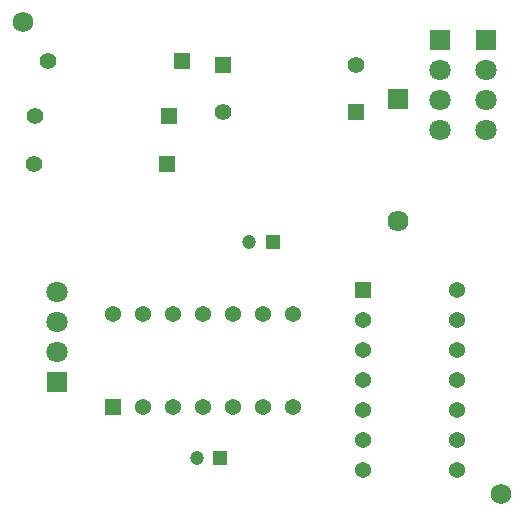
<source format=gbs>
G04*
G04 #@! TF.GenerationSoftware,Altium Limited,Altium Designer,23.4.1 (23)*
G04*
G04 Layer_Color=16711935*
%FSLAX44Y44*%
%MOMM*%
G71*
G04*
G04 #@! TF.SameCoordinates,0F4FC61B-9208-49F5-852E-2E7A0A34B3BB*
G04*
G04*
G04 #@! TF.FilePolarity,Negative*
G04*
G01*
G75*
%ADD14R,1.7932X1.7932*%
%ADD15C,1.7932*%
%ADD16C,1.7272*%
%ADD17C,1.3732*%
%ADD18R,1.3732X1.3732*%
%ADD19C,1.8032*%
%ADD20R,1.8032X1.8032*%
%ADD21R,1.3732X1.3732*%
%ADD22R,1.4000X1.4000*%
%ADD23C,1.4000*%
%ADD24R,1.2000X1.2000*%
%ADD25C,1.2000*%
D14*
X339090Y355500D02*
D03*
D15*
Y251560D02*
D03*
D16*
X21590Y420370D02*
D03*
X426720Y20320D02*
D03*
D17*
X97790Y173380D02*
D03*
X123190D02*
D03*
X148590D02*
D03*
X173990D02*
D03*
X199390D02*
D03*
X224790D02*
D03*
X250190D02*
D03*
Y93980D02*
D03*
X224790D02*
D03*
X199390D02*
D03*
X173990D02*
D03*
X148590D02*
D03*
X123190D02*
D03*
X309550Y167640D02*
D03*
Y142240D02*
D03*
Y116840D02*
D03*
Y91440D02*
D03*
Y66040D02*
D03*
Y40640D02*
D03*
X388950D02*
D03*
Y66040D02*
D03*
Y91440D02*
D03*
Y116840D02*
D03*
Y142240D02*
D03*
Y167640D02*
D03*
Y193040D02*
D03*
D18*
X97790Y93980D02*
D03*
D19*
X414020Y379730D02*
D03*
Y354330D02*
D03*
Y328930D02*
D03*
X50800Y140970D02*
D03*
Y166370D02*
D03*
Y191770D02*
D03*
X374650Y379730D02*
D03*
Y354330D02*
D03*
Y328930D02*
D03*
D20*
X414020Y405130D02*
D03*
X50800Y115570D02*
D03*
X374650Y405130D02*
D03*
D21*
X309550Y193040D02*
D03*
D22*
X145400Y340360D02*
D03*
X156210Y387350D02*
D03*
X144130Y299720D02*
D03*
X304150Y344170D02*
D03*
X191150Y383540D02*
D03*
D23*
X32400Y340360D02*
D03*
X43210Y387350D02*
D03*
X31130Y299720D02*
D03*
X191150Y344170D02*
D03*
X304150Y383540D02*
D03*
D24*
X189070Y50800D02*
D03*
X233520Y233680D02*
D03*
D25*
X169070Y50800D02*
D03*
X213520Y233680D02*
D03*
M02*

</source>
